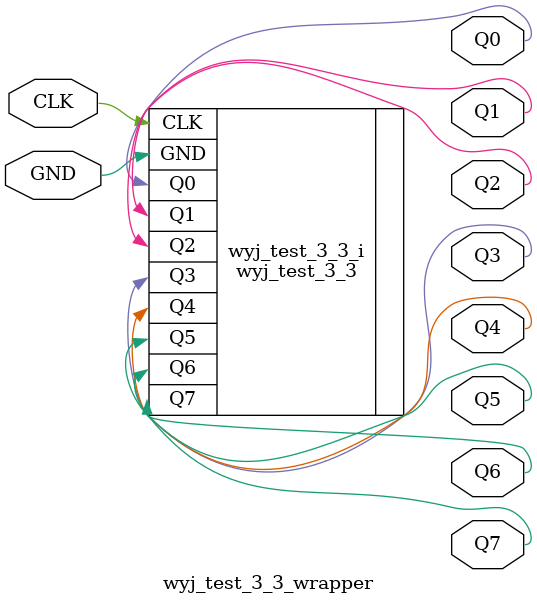
<source format=v>
`timescale 1 ps / 1 ps

module wyj_test_3_3_wrapper
   (CLK,
    GND,
    Q0,
    Q1,
    Q2,
    Q3,
    Q4,
    Q5,
    Q6,
    Q7);
  input CLK;
  input GND;
  output Q0;
  output Q1;
  output Q2;
  output Q3;
  output Q4;
  output Q5;
  output Q6;
  output Q7;

  wire CLK;
  wire GND;
  wire Q0;
  wire Q1;
  wire Q2;
  wire Q3;
  wire Q4;
  wire Q5;
  wire Q6;
  wire Q7;

  wyj_test_3_3 wyj_test_3_3_i
       (.CLK(CLK),
        .GND(GND),
        .Q0(Q0),
        .Q1(Q1),
        .Q2(Q2),
        .Q3(Q3),
        .Q4(Q4),
        .Q5(Q5),
        .Q6(Q6),
        .Q7(Q7));
endmodule

</source>
